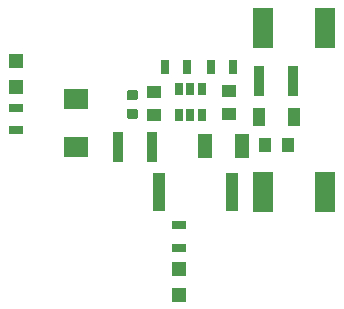
<source format=gbr>
G04 #@! TF.GenerationSoftware,KiCad,Pcbnew,5.0.2-bee76a0~70~ubuntu18.04.1*
G04 #@! TF.CreationDate,2019-02-26T17:57:15-05:00*
G04 #@! TF.ProjectId,New Buck Converter,4e657720-4275-4636-9b20-436f6e766572,rev?*
G04 #@! TF.SameCoordinates,Original*
G04 #@! TF.FileFunction,Paste,Top*
G04 #@! TF.FilePolarity,Positive*
%FSLAX46Y46*%
G04 Gerber Fmt 4.6, Leading zero omitted, Abs format (unit mm)*
G04 Created by KiCad (PCBNEW 5.0.2-bee76a0~70~ubuntu18.04.1) date Tue 26 Feb 2019 05:57:15 PM EST*
%MOMM*%
%LPD*%
G01*
G04 APERTURE LIST*
%ADD10R,0.900000X2.500000*%
%ADD11R,1.250000X1.000000*%
%ADD12C,0.100000*%
%ADD13C,0.875000*%
%ADD14R,1.200000X2.000000*%
%ADD15R,0.700000X1.300000*%
%ADD16R,1.300000X0.700000*%
%ADD17R,1.000000X3.200000*%
%ADD18R,0.650000X1.060000*%
%ADD19R,1.000000X1.600000*%
%ADD20R,1.780000X3.500000*%
%ADD21R,1.000000X1.250000*%
%ADD22R,2.159000X1.778000*%
%ADD23R,1.200000X1.200000*%
G04 APERTURE END LIST*
D10*
G04 #@! TO.C,COUT4*
X132458800Y-100203000D03*
X135358800Y-100203000D03*
G04 #@! TD*
D11*
G04 #@! TO.C,C1*
X129971800Y-100981000D03*
X129971800Y-102981000D03*
G04 #@! TD*
G04 #@! TO.C,C2*
X123558300Y-103060500D03*
X123558300Y-101060500D03*
G04 #@! TD*
D12*
G04 #@! TO.C,C3*
G36*
X122030051Y-102502233D02*
X122051286Y-102505383D01*
X122072110Y-102510599D01*
X122092322Y-102517831D01*
X122111728Y-102527010D01*
X122130141Y-102538046D01*
X122147384Y-102550834D01*
X122163290Y-102565250D01*
X122177706Y-102581156D01*
X122190494Y-102598399D01*
X122201530Y-102616812D01*
X122210709Y-102636218D01*
X122217941Y-102656430D01*
X122223157Y-102677254D01*
X122226307Y-102698489D01*
X122227360Y-102719930D01*
X122227360Y-103157430D01*
X122226307Y-103178871D01*
X122223157Y-103200106D01*
X122217941Y-103220930D01*
X122210709Y-103241142D01*
X122201530Y-103260548D01*
X122190494Y-103278961D01*
X122177706Y-103296204D01*
X122163290Y-103312110D01*
X122147384Y-103326526D01*
X122130141Y-103339314D01*
X122111728Y-103350350D01*
X122092322Y-103359529D01*
X122072110Y-103366761D01*
X122051286Y-103371977D01*
X122030051Y-103375127D01*
X122008610Y-103376180D01*
X121496110Y-103376180D01*
X121474669Y-103375127D01*
X121453434Y-103371977D01*
X121432610Y-103366761D01*
X121412398Y-103359529D01*
X121392992Y-103350350D01*
X121374579Y-103339314D01*
X121357336Y-103326526D01*
X121341430Y-103312110D01*
X121327014Y-103296204D01*
X121314226Y-103278961D01*
X121303190Y-103260548D01*
X121294011Y-103241142D01*
X121286779Y-103220930D01*
X121281563Y-103200106D01*
X121278413Y-103178871D01*
X121277360Y-103157430D01*
X121277360Y-102719930D01*
X121278413Y-102698489D01*
X121281563Y-102677254D01*
X121286779Y-102656430D01*
X121294011Y-102636218D01*
X121303190Y-102616812D01*
X121314226Y-102598399D01*
X121327014Y-102581156D01*
X121341430Y-102565250D01*
X121357336Y-102550834D01*
X121374579Y-102538046D01*
X121392992Y-102527010D01*
X121412398Y-102517831D01*
X121432610Y-102510599D01*
X121453434Y-102505383D01*
X121474669Y-102502233D01*
X121496110Y-102501180D01*
X122008610Y-102501180D01*
X122030051Y-102502233D01*
X122030051Y-102502233D01*
G37*
D13*
X121752360Y-102938680D03*
D12*
G36*
X122030051Y-100927233D02*
X122051286Y-100930383D01*
X122072110Y-100935599D01*
X122092322Y-100942831D01*
X122111728Y-100952010D01*
X122130141Y-100963046D01*
X122147384Y-100975834D01*
X122163290Y-100990250D01*
X122177706Y-101006156D01*
X122190494Y-101023399D01*
X122201530Y-101041812D01*
X122210709Y-101061218D01*
X122217941Y-101081430D01*
X122223157Y-101102254D01*
X122226307Y-101123489D01*
X122227360Y-101144930D01*
X122227360Y-101582430D01*
X122226307Y-101603871D01*
X122223157Y-101625106D01*
X122217941Y-101645930D01*
X122210709Y-101666142D01*
X122201530Y-101685548D01*
X122190494Y-101703961D01*
X122177706Y-101721204D01*
X122163290Y-101737110D01*
X122147384Y-101751526D01*
X122130141Y-101764314D01*
X122111728Y-101775350D01*
X122092322Y-101784529D01*
X122072110Y-101791761D01*
X122051286Y-101796977D01*
X122030051Y-101800127D01*
X122008610Y-101801180D01*
X121496110Y-101801180D01*
X121474669Y-101800127D01*
X121453434Y-101796977D01*
X121432610Y-101791761D01*
X121412398Y-101784529D01*
X121392992Y-101775350D01*
X121374579Y-101764314D01*
X121357336Y-101751526D01*
X121341430Y-101737110D01*
X121327014Y-101721204D01*
X121314226Y-101703961D01*
X121303190Y-101685548D01*
X121294011Y-101666142D01*
X121286779Y-101645930D01*
X121281563Y-101625106D01*
X121278413Y-101603871D01*
X121277360Y-101582430D01*
X121277360Y-101144930D01*
X121278413Y-101123489D01*
X121281563Y-101102254D01*
X121286779Y-101081430D01*
X121294011Y-101061218D01*
X121303190Y-101041812D01*
X121314226Y-101023399D01*
X121327014Y-101006156D01*
X121341430Y-100990250D01*
X121357336Y-100975834D01*
X121374579Y-100963046D01*
X121392992Y-100952010D01*
X121412398Y-100942831D01*
X121432610Y-100935599D01*
X121453434Y-100930383D01*
X121474669Y-100927233D01*
X121496110Y-100926180D01*
X122008610Y-100926180D01*
X122030051Y-100927233D01*
X122030051Y-100927233D01*
G37*
D13*
X121752360Y-101363680D03*
G04 #@! TD*
D10*
G04 #@! TO.C,F1*
X120520800Y-105727500D03*
X123420800Y-105727500D03*
G04 #@! TD*
D14*
G04 #@! TO.C,L1*
X127876700Y-105666540D03*
X131076700Y-105666540D03*
G04 #@! TD*
D15*
G04 #@! TO.C,R1*
X130294420Y-98978720D03*
X128394420Y-98978720D03*
G04 #@! TD*
G04 #@! TO.C,R2*
X124508220Y-98963480D03*
X126408220Y-98963480D03*
G04 #@! TD*
D16*
G04 #@! TO.C,R3*
X125700000Y-112400000D03*
X125700000Y-114300000D03*
G04 #@! TD*
D17*
G04 #@! TO.C,R4*
X130228200Y-109606080D03*
X124028200Y-109606080D03*
G04 #@! TD*
D18*
G04 #@! TO.C,U1*
X127627600Y-100865800D03*
X126677600Y-100865800D03*
X125727600Y-100865800D03*
X125727600Y-103065800D03*
X127627600Y-103065800D03*
X126677600Y-103065800D03*
G04 #@! TD*
D19*
G04 #@! TO.C,COUT1*
X132448300Y-103251000D03*
X135448300Y-103251000D03*
G04 #@! TD*
D20*
G04 #@! TO.C,COUT2*
X132829300Y-109601000D03*
X138109300Y-109601000D03*
G04 #@! TD*
D21*
G04 #@! TO.C,COUT3*
X132972300Y-105600500D03*
X134972300Y-105600500D03*
G04 #@! TD*
D20*
G04 #@! TO.C,COUT5*
X138109300Y-95694500D03*
X132829300Y-95694500D03*
G04 #@! TD*
D22*
G04 #@! TO.C,D2*
X116954300Y-101663500D03*
X116954300Y-105727500D03*
G04 #@! TD*
D23*
G04 #@! TO.C,D1*
X125700000Y-116050000D03*
X125700000Y-118250000D03*
G04 #@! TD*
G04 #@! TO.C,D3*
X111900000Y-100700000D03*
X111900000Y-98500000D03*
G04 #@! TD*
D16*
G04 #@! TO.C,R5*
X111900000Y-104350000D03*
X111900000Y-102450000D03*
G04 #@! TD*
M02*

</source>
